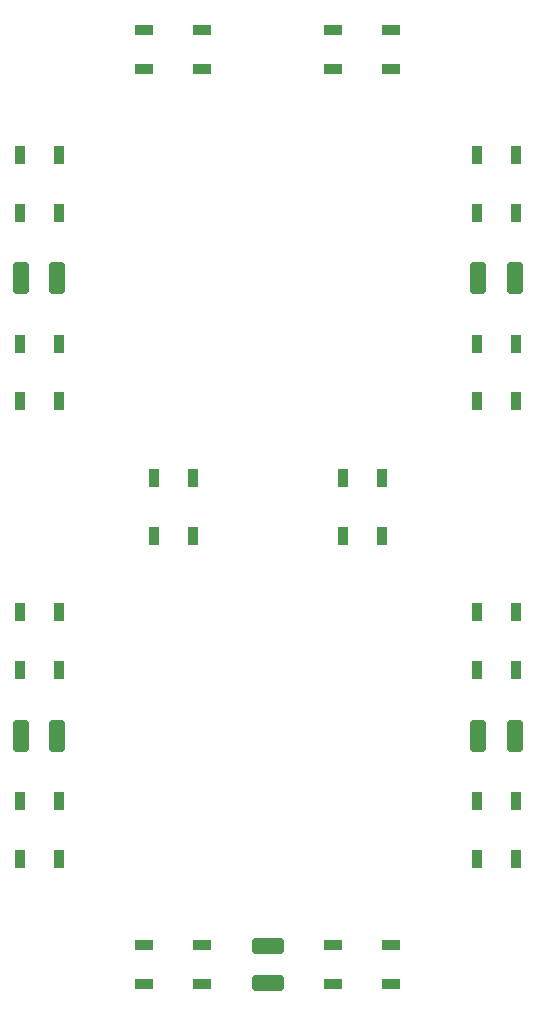
<source format=gtp>
G04 #@! TF.GenerationSoftware,KiCad,Pcbnew,7.0.2*
G04 #@! TF.CreationDate,2024-09-03T00:20:42+03:00*
G04 #@! TF.ProjectId,7seg,37736567-2e6b-4696-9361-645f70636258,rev?*
G04 #@! TF.SameCoordinates,Original*
G04 #@! TF.FileFunction,Paste,Top*
G04 #@! TF.FilePolarity,Positive*
%FSLAX46Y46*%
G04 Gerber Fmt 4.6, Leading zero omitted, Abs format (unit mm)*
G04 Created by KiCad (PCBNEW 7.0.2) date 2024-09-03 00:20:42*
%MOMM*%
%LPD*%
G01*
G04 APERTURE LIST*
G04 Aperture macros list*
%AMRoundRect*
0 Rectangle with rounded corners*
0 $1 Rounding radius*
0 $2 $3 $4 $5 $6 $7 $8 $9 X,Y pos of 4 corners*
0 Add a 4 corners polygon primitive as box body*
4,1,4,$2,$3,$4,$5,$6,$7,$8,$9,$2,$3,0*
0 Add four circle primitives for the rounded corners*
1,1,$1+$1,$2,$3*
1,1,$1+$1,$4,$5*
1,1,$1+$1,$6,$7*
1,1,$1+$1,$8,$9*
0 Add four rect primitives between the rounded corners*
20,1,$1+$1,$2,$3,$4,$5,0*
20,1,$1+$1,$4,$5,$6,$7,0*
20,1,$1+$1,$6,$7,$8,$9,0*
20,1,$1+$1,$8,$9,$2,$3,0*%
G04 Aperture macros list end*
%ADD10RoundRect,0.250000X0.412500X1.100000X-0.412500X1.100000X-0.412500X-1.100000X0.412500X-1.100000X0*%
%ADD11RoundRect,0.250000X-0.412500X-1.100000X0.412500X-1.100000X0.412500X1.100000X-0.412500X1.100000X0*%
%ADD12RoundRect,0.250000X1.100000X-0.412500X1.100000X0.412500X-1.100000X0.412500X-1.100000X-0.412500X0*%
%ADD13R,0.900000X1.500000*%
%ADD14R,1.500000X0.900000*%
G04 APERTURE END LIST*
D10*
X120937500Y-80624500D03*
X117812500Y-80624500D03*
X120937500Y-119375500D03*
X117812500Y-119375500D03*
D11*
X79062500Y-80624500D03*
X82187500Y-80624500D03*
D12*
X100000000Y-140312500D03*
X100000000Y-137187500D03*
D11*
X79062500Y-119375500D03*
X82187500Y-119375500D03*
D13*
X78975000Y-75077000D03*
X82275000Y-75077000D03*
X82275000Y-70177000D03*
X78975000Y-70177000D03*
X90353000Y-102450000D03*
X93653000Y-102450000D03*
X93653000Y-97550000D03*
X90353000Y-97550000D03*
D14*
X89553000Y-59600000D03*
X89553000Y-62900000D03*
X94453000Y-62900000D03*
X94453000Y-59600000D03*
D13*
X121025000Y-86172000D03*
X117725000Y-86172000D03*
X117725000Y-91072000D03*
X121025000Y-91072000D03*
D14*
X110447000Y-140400000D03*
X110447000Y-137100000D03*
X105547000Y-137100000D03*
X105547000Y-140400000D03*
D13*
X121025000Y-108928000D03*
X117725000Y-108928000D03*
X117725000Y-113828000D03*
X121025000Y-113828000D03*
X121025000Y-124923000D03*
X117725000Y-124923000D03*
X117725000Y-129823000D03*
X121025000Y-129823000D03*
X78975000Y-113828000D03*
X82275000Y-113828000D03*
X82275000Y-108928000D03*
X78975000Y-108928000D03*
D14*
X94453000Y-140400000D03*
X94453000Y-137100000D03*
X89553000Y-137100000D03*
X89553000Y-140400000D03*
D13*
X78975000Y-91072000D03*
X82275000Y-91072000D03*
X82275000Y-86172000D03*
X78975000Y-86172000D03*
X121025000Y-70177000D03*
X117725000Y-70177000D03*
X117725000Y-75077000D03*
X121025000Y-75077000D03*
X109647000Y-97550000D03*
X106347000Y-97550000D03*
X106347000Y-102450000D03*
X109647000Y-102450000D03*
D14*
X105547000Y-59600000D03*
X105547000Y-62900000D03*
X110447000Y-62900000D03*
X110447000Y-59600000D03*
D13*
X78975000Y-129823000D03*
X82275000Y-129823000D03*
X82275000Y-124923000D03*
X78975000Y-124923000D03*
M02*

</source>
